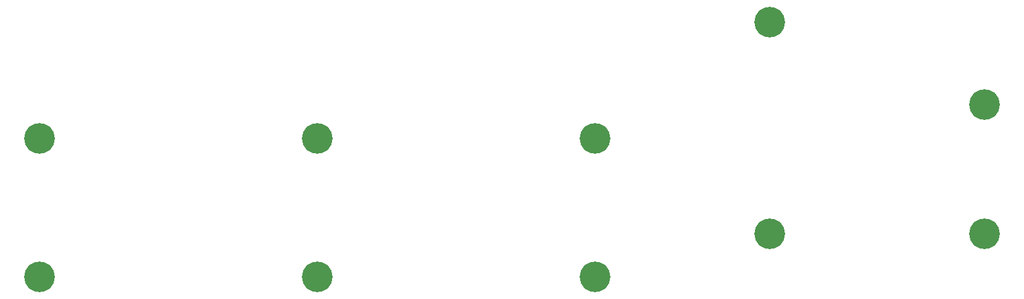
<source format=gbr>
G04 #@! TF.GenerationSoftware,KiCad,Pcbnew,(5.1.7)-1*
G04 #@! TF.CreationDate,2020-12-07T10:12:24+09:00*
G04 #@! TF.ProjectId,pisces_bottom_plate,70697363-6573-45f6-926f-74746f6d5f70,rev?*
G04 #@! TF.SameCoordinates,Original*
G04 #@! TF.FileFunction,Soldermask,Top*
G04 #@! TF.FilePolarity,Negative*
%FSLAX46Y46*%
G04 Gerber Fmt 4.6, Leading zero omitted, Abs format (unit mm)*
G04 Created by KiCad (PCBNEW (5.1.7)-1) date 2020-12-07 10:12:24*
%MOMM*%
%LPD*%
G01*
G04 APERTURE LIST*
%ADD10C,4.200000*%
G04 APERTURE END LIST*
D10*
X59525000Y-78575000D03*
X159639000Y-43561000D03*
X135725000Y-59525000D03*
X135725000Y-78575000D03*
X97625000Y-78575000D03*
X189103000Y-72644000D03*
X189103000Y-54864000D03*
X159639000Y-72644000D03*
X97625000Y-59525000D03*
X59525000Y-59525000D03*
M02*

</source>
